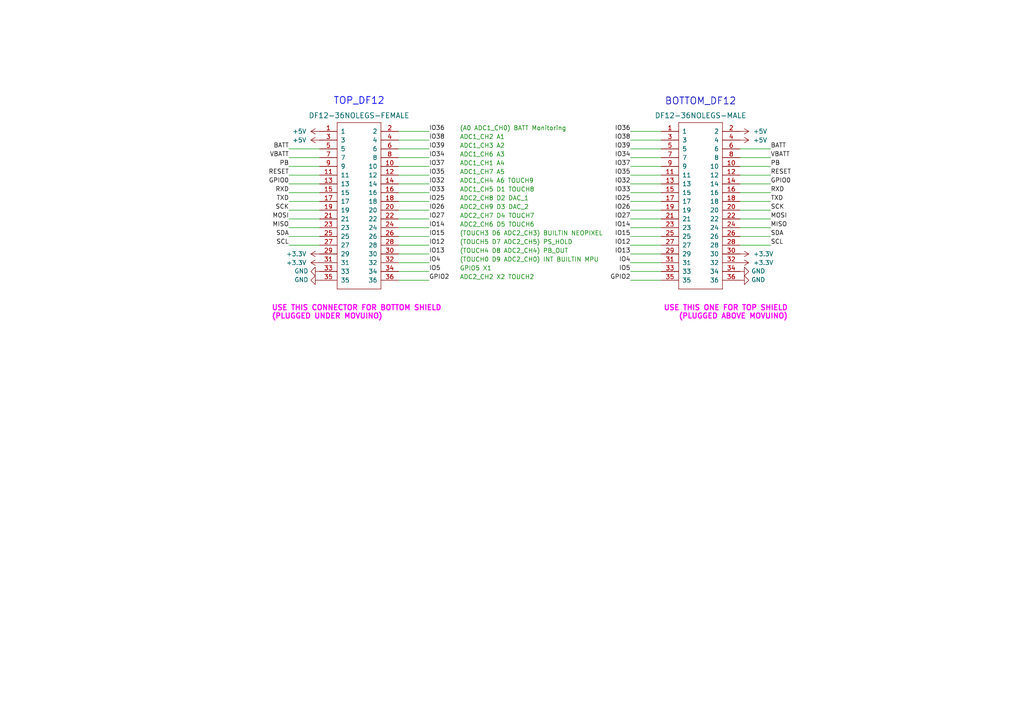
<source format=kicad_sch>
(kicad_sch (version 20230121) (generator eeschema)
  (paper "A4")
  (lib_symbols
    (symbol "MovuinoBaseShield-rescue:DF12-36NOLEGS-FEMALE-V0.99.3-ESP12-3-mech-eagle-import" (pin_names (offset 1.016))
      (property "Reference" "J" (at -5.08 21.59 0))
      (property "Value" "V0.99.3-ESP12-3-mech-eagle-import_DF12-36NOLEGS-FEMALE" (at -5.08 -30.48 0))
      (symbol "DF12-36NOLEGS-FEMALE-V0.99.3-ESP12-3-mech-eagle-import_1_0"
        (polyline (pts (xy -5.08 -27.94) (xy 7.62 -27.94)))
        (polyline (pts (xy -5.08 20.32) (xy -5.08 -27.94)))
        (polyline (pts (xy 7.62 -27.94) (xy 7.62 20.32)))
        (polyline (pts (xy 7.62 20.32) (xy -5.08 20.32)))
        (pin bidirectional line (at -10.16 17.78 0) (length 5.08) (name "1") (number "1"))
        (pin bidirectional line (at 12.7 7.62 180) (length 5.08) (name "10") (number "10"))
        (pin bidirectional line (at -10.16 5.08 0) (length 5.08) (name "11") (number "11"))
        (pin bidirectional line (at 12.7 5.08 180) (length 5.08) (name "12") (number "12"))
        (pin bidirectional line (at -10.16 2.54 0) (length 5.08) (name "13") (number "13"))
        (pin bidirectional line (at 12.7 2.54 180) (length 5.08) (name "14") (number "14"))
        (pin bidirectional line (at -10.16 0 0) (length 5.08) (name "15") (number "15"))
        (pin bidirectional line (at 12.7 0 180) (length 5.08) (name "16") (number "16"))
        (pin bidirectional line (at -10.16 -2.54 0) (length 5.08) (name "17") (number "17"))
        (pin bidirectional line (at 12.7 -2.54 180) (length 5.08) (name "18") (number "18"))
        (pin bidirectional line (at -10.16 -5.08 0) (length 5.08) (name "19") (number "19"))
        (pin bidirectional line (at 12.7 17.78 180) (length 5.08) (name "2") (number "2"))
        (pin bidirectional line (at 12.7 -5.08 180) (length 5.08) (name "20") (number "20"))
        (pin bidirectional line (at -10.16 -7.62 0) (length 5.08) (name "21") (number "21"))
        (pin bidirectional line (at 12.7 -7.62 180) (length 5.08) (name "22") (number "22"))
        (pin bidirectional line (at -10.16 -10.16 0) (length 5.08) (name "23") (number "23"))
        (pin bidirectional line (at 12.7 -10.16 180) (length 5.08) (name "24") (number "24"))
        (pin bidirectional line (at -10.16 -12.7 0) (length 5.08) (name "25") (number "25"))
        (pin bidirectional line (at 12.7 -12.7 180) (length 5.08) (name "26") (number "26"))
        (pin bidirectional line (at -10.16 -15.24 0) (length 5.08) (name "27") (number "27"))
        (pin bidirectional line (at 12.7 -15.24 180) (length 5.08) (name "28") (number "28"))
        (pin bidirectional line (at -10.16 -17.78 0) (length 5.08) (name "29") (number "29"))
        (pin bidirectional line (at -10.16 15.24 0) (length 5.08) (name "3") (number "3"))
        (pin bidirectional line (at 12.7 -17.78 180) (length 5.08) (name "30") (number "30"))
        (pin bidirectional line (at -10.16 -20.32 0) (length 5.08) (name "31") (number "31"))
        (pin bidirectional line (at 12.7 -20.32 180) (length 5.08) (name "32") (number "32"))
        (pin bidirectional line (at -10.16 -22.86 0) (length 5.08) (name "33") (number "33"))
        (pin bidirectional line (at 12.7 -22.86 180) (length 5.08) (name "34") (number "34"))
        (pin bidirectional line (at -10.16 -25.4 0) (length 5.08) (name "35") (number "35"))
        (pin bidirectional line (at 12.7 -25.4 180) (length 5.08) (name "36") (number "36"))
        (pin bidirectional line (at 12.7 15.24 180) (length 5.08) (name "4") (number "4"))
        (pin bidirectional line (at -10.16 12.7 0) (length 5.08) (name "5") (number "5"))
        (pin bidirectional line (at 12.7 12.7 180) (length 5.08) (name "6") (number "6"))
        (pin bidirectional line (at -10.16 10.16 0) (length 5.08) (name "7") (number "7"))
        (pin bidirectional line (at 12.7 10.16 180) (length 5.08) (name "8") (number "8"))
        (pin bidirectional line (at -10.16 7.62 0) (length 5.08) (name "9") (number "9"))
      )
    )
    (symbol "MovuinoBaseShield-rescue:DF12-36NOLEGS-MALE-V0.99.3-ESP12-3-mech-eagle-import" (pin_names (offset 1.016))
      (property "Reference" "J" (at -5.08 21.59 0))
      (property "Value" "V0.99.3-ESP12-3-mech-eagle-import_DF12-36NOLEGS-MALE" (at -5.08 -30.48 0))
      (symbol "DF12-36NOLEGS-MALE-V0.99.3-ESP12-3-mech-eagle-import_1_0"
        (polyline (pts (xy -5.08 -27.94) (xy 7.62 -27.94)))
        (polyline (pts (xy -5.08 20.32) (xy -5.08 -27.94)))
        (polyline (pts (xy 7.62 -27.94) (xy 7.62 20.32)))
        (polyline (pts (xy 7.62 20.32) (xy -5.08 20.32)))
        (pin bidirectional line (at -10.16 17.78 0) (length 5.08) (name "1") (number "1"))
        (pin bidirectional line (at 12.7 7.62 180) (length 5.08) (name "10") (number "10"))
        (pin bidirectional line (at -10.16 5.08 0) (length 5.08) (name "11") (number "11"))
        (pin bidirectional line (at 12.7 5.08 180) (length 5.08) (name "12") (number "12"))
        (pin bidirectional line (at -10.16 2.54 0) (length 5.08) (name "13") (number "13"))
        (pin bidirectional line (at 12.7 2.54 180) (length 5.08) (name "14") (number "14"))
        (pin bidirectional line (at -10.16 0 0) (length 5.08) (name "15") (number "15"))
        (pin bidirectional line (at 12.7 0 180) (length 5.08) (name "16") (number "16"))
        (pin bidirectional line (at -10.16 -2.54 0) (length 5.08) (name "17") (number "17"))
        (pin bidirectional line (at 12.7 -2.54 180) (length 5.08) (name "18") (number "18"))
        (pin bidirectional line (at -10.16 -5.08 0) (length 5.08) (name "19") (number "19"))
        (pin bidirectional line (at 12.7 17.78 180) (length 5.08) (name "2") (number "2"))
        (pin bidirectional line (at 12.7 -5.08 180) (length 5.08) (name "20") (number "20"))
        (pin bidirectional line (at -10.16 -7.62 0) (length 5.08) (name "21") (number "21"))
        (pin bidirectional line (at 12.7 -7.62 180) (length 5.08) (name "22") (number "22"))
        (pin bidirectional line (at -10.16 -10.16 0) (length 5.08) (name "23") (number "23"))
        (pin bidirectional line (at 12.7 -10.16 180) (length 5.08) (name "24") (number "24"))
        (pin bidirectional line (at -10.16 -12.7 0) (length 5.08) (name "25") (number "25"))
        (pin bidirectional line (at 12.7 -12.7 180) (length 5.08) (name "26") (number "26"))
        (pin bidirectional line (at -10.16 -15.24 0) (length 5.08) (name "27") (number "27"))
        (pin bidirectional line (at 12.7 -15.24 180) (length 5.08) (name "28") (number "28"))
        (pin bidirectional line (at -10.16 -17.78 0) (length 5.08) (name "29") (number "29"))
        (pin bidirectional line (at -10.16 15.24 0) (length 5.08) (name "3") (number "3"))
        (pin bidirectional line (at 12.7 -17.78 180) (length 5.08) (name "30") (number "30"))
        (pin bidirectional line (at -10.16 -20.32 0) (length 5.08) (name "31") (number "31"))
        (pin bidirectional line (at 12.7 -20.32 180) (length 5.08) (name "32") (number "32"))
        (pin bidirectional line (at -10.16 -22.86 0) (length 5.08) (name "33") (number "33"))
        (pin bidirectional line (at 12.7 -22.86 180) (length 5.08) (name "34") (number "34"))
        (pin bidirectional line (at -10.16 -25.4 0) (length 5.08) (name "35") (number "35"))
        (pin bidirectional line (at 12.7 -25.4 180) (length 5.08) (name "36") (number "36"))
        (pin bidirectional line (at 12.7 15.24 180) (length 5.08) (name "4") (number "4"))
        (pin bidirectional line (at -10.16 12.7 0) (length 5.08) (name "5") (number "5"))
        (pin bidirectional line (at 12.7 12.7 180) (length 5.08) (name "6") (number "6"))
        (pin bidirectional line (at -10.16 10.16 0) (length 5.08) (name "7") (number "7"))
        (pin bidirectional line (at 12.7 10.16 180) (length 5.08) (name "8") (number "8"))
        (pin bidirectional line (at -10.16 7.62 0) (length 5.08) (name "9") (number "9"))
      )
    )
    (symbol "power:+3.3V" (power) (pin_names (offset 0))
      (property "Value" "+3.3V" (at 0 3.556 0))
      (symbol "+3.3V_0_1"
        (polyline (pts (xy -0.762 1.27) (xy 0 2.54)))
        (polyline (pts (xy 0 0) (xy 0 2.54)))
        (polyline (pts (xy 0 2.54) (xy 0.762 1.27)))
      )
      (symbol "+3.3V_1_1"
        (pin power_in line (at 0 0 90) (length 0) hide (name "+3.3V") (number "1"))
      )
    )
    (symbol "power:+5V" (power) (pin_names (offset 0))
      (property "Value" "+5V" (at 0 3.556 0))
      (symbol "+5V_0_1"
        (polyline (pts (xy -0.762 1.27) (xy 0 2.54)))
        (polyline (pts (xy 0 0) (xy 0 2.54)))
        (polyline (pts (xy 0 2.54) (xy 0.762 1.27)))
      )
      (symbol "+5V_1_1"
        (pin power_in line (at 0 0 90) (length 0) hide (name "+5V") (number "1"))
      )
    )
    (symbol "power:GND" (power) (pin_names (offset 0))
      (property "Value" "GND" (at 0 -3.81 0))
      (symbol "GND_0_1"
        (polyline (pts (xy 0 0) (xy 0 -1.27) (xy 1.27 -1.27) (xy 0 -2.54) (xy -1.27 -1.27) (xy 0 -1.27)))
      )
      (symbol "GND_1_1"
        (pin power_in line (at 0 0 270) (length 0) hide (name "GND") (number "1"))
      )
    )
  )
  (wire (pts (xy 191.77 43.18) (xy 182.88 43.18)))
  (wire (pts (xy 92.71 43.18) (xy 83.82 43.18)))
  (wire (pts (xy 92.71 58.42) (xy 83.82 58.42)))
  (wire (pts (xy 115.57 81.28) (xy 124.46 81.28)))
  (wire (pts (xy 115.57 76.2) (xy 124.46 76.2)))
  (wire (pts (xy 115.57 71.12) (xy 124.46 71.12)))
  (wire (pts (xy 191.77 58.42) (xy 182.88 58.42)))
  (wire (pts (xy 115.57 50.8) (xy 124.46 50.8)))
  (wire (pts (xy 115.57 78.74) (xy 124.46 78.74)))
  (wire (pts (xy 92.71 63.5) (xy 83.82 63.5)))
  (wire (pts (xy 191.77 53.34) (xy 182.88 53.34)))
  (wire (pts (xy 214.63 66.04) (xy 223.52 66.04)))
  (wire (pts (xy 191.77 40.64) (xy 182.88 40.64)))
  (wire (pts (xy 115.57 66.04) (xy 124.46 66.04)))
  (wire (pts (xy 214.63 48.26) (xy 223.52 48.26)))
  (wire (pts (xy 92.71 48.26) (xy 83.82 48.26)))
  (wire (pts (xy 115.57 60.96) (xy 124.46 60.96)))
  (wire (pts (xy 115.57 68.58) (xy 124.46 68.58)))
  (wire (pts (xy 115.57 55.88) (xy 124.46 55.88)))
  (wire (pts (xy 115.57 45.72) (xy 124.46 45.72)))
  (wire (pts (xy 191.77 78.74) (xy 182.88 78.74)))
  (wire (pts (xy 214.63 43.18) (xy 223.52 43.18)))
  (wire (pts (xy 191.77 38.1) (xy 182.88 38.1)))
  (wire (pts (xy 191.77 60.96) (xy 182.88 60.96)))
  (wire (pts (xy 92.71 45.72) (xy 83.82 45.72)))
  (wire (pts (xy 191.77 48.26) (xy 182.88 48.26)))
  (wire (pts (xy 115.57 38.1) (xy 124.46 38.1)))
  (wire (pts (xy 191.77 76.2) (xy 182.88 76.2)))
  (wire (pts (xy 191.77 50.8) (xy 182.88 50.8)))
  (wire (pts (xy 191.77 63.5) (xy 182.88 63.5)))
  (wire (pts (xy 92.71 66.04) (xy 83.82 66.04)))
  (wire (pts (xy 214.63 55.88) (xy 223.52 55.88)))
  (wire (pts (xy 191.77 66.04) (xy 182.88 66.04)))
  (wire (pts (xy 191.77 81.28) (xy 182.88 81.28)))
  (wire (pts (xy 214.63 45.72) (xy 223.52 45.72)))
  (wire (pts (xy 191.77 73.66) (xy 182.88 73.66)))
  (wire (pts (xy 115.57 73.66) (xy 124.46 73.66)))
  (wire (pts (xy 214.63 50.8) (xy 223.52 50.8)))
  (wire (pts (xy 115.57 40.64) (xy 124.46 40.64)))
  (wire (pts (xy 115.57 58.42) (xy 124.46 58.42)))
  (wire (pts (xy 115.57 43.18) (xy 124.46 43.18)))
  (wire (pts (xy 92.71 50.8) (xy 83.82 50.8)))
  (wire (pts (xy 214.63 68.58) (xy 223.52 68.58)))
  (wire (pts (xy 115.57 53.34) (xy 124.46 53.34)))
  (wire (pts (xy 191.77 45.72) (xy 182.88 45.72)))
  (wire (pts (xy 92.71 60.96) (xy 83.82 60.96)))
  (wire (pts (xy 92.71 71.12) (xy 83.82 71.12)))
  (wire (pts (xy 214.63 58.42) (xy 223.52 58.42)))
  (wire (pts (xy 214.63 60.96) (xy 223.52 60.96)))
  (wire (pts (xy 214.63 63.5) (xy 223.52 63.5)))
  (wire (pts (xy 191.77 68.58) (xy 182.88 68.58)))
  (wire (pts (xy 115.57 63.5) (xy 124.46 63.5)))
  (wire (pts (xy 92.71 68.58) (xy 83.82 68.58)))
  (wire (pts (xy 115.57 48.26) (xy 124.46 48.26)))
  (wire (pts (xy 191.77 71.12) (xy 182.88 71.12)))
  (wire (pts (xy 92.71 55.88) (xy 83.82 55.88)))
  (wire (pts (xy 92.71 53.34) (xy 83.82 53.34)))
  (wire (pts (xy 191.77 55.88) (xy 182.88 55.88)))
  (wire (pts (xy 214.63 53.34) (xy 223.52 53.34)))
  (wire (pts (xy 214.63 71.12) (xy 223.52 71.12)))
  (text "ADC2_CH6 D5 TOUCH6" (at 133.35 66.04 0) (effects (font (size 1.27 1.27)) (justify left bottom)))
  (text "USE THIS CONNECTOR FOR BOTTOM SHIELD\n(PLUGGED UNDER MOVUINO)" (at 78.74 92.71 0) (effects (font (size 1.5 1.5) bold) (justify left bottom)))
  (text "ADC2_CH9 D3 DAC_2" (at 133.35 60.96 0) (effects (font (size 1.27 1.27)) (justify left bottom)))
  (text "(TOUCH0 D9 ADC2_CH0) INT BUILTIN MPU" (at 133.35 76.2 0) (effects (font (size 1.27 1.27)) (justify left bottom)))
  (text "ADC1_CH3 A2" (at 133.35 43.18 0) (effects (font (size 1.27 1.27)) (justify left bottom)))
  (text "ADC1_CH4 A6 TOUCH9 " (at 133.35 53.34 0) (effects (font (size 1.27 1.27)) (justify left bottom)))
  (text "ADC1_CH1 A4" (at 133.35 48.26 0) (effects (font (size 1.27 1.27)) (justify left bottom)))
  (text "ADC1_CH2 A1" (at 133.35 40.64 0) (effects (font (size 1.27 1.27)) (justify left bottom)))
  (text "ADC1_CH6 A3" (at 133.35 45.72 0) (effects (font (size 1.27 1.27)) (justify left bottom)))
  (text "ADC2_CH2 X2 TOUCH2" (at 133.35 81.28 0) (effects (font (size 1.27 1.27)) (justify left bottom)))
  (text "USE THIS ONE FOR TOP SHIELD\n(PLUGGED ABOVE MOVUINO)" (at 228.6 92.71 0) (effects (font (size 1.5 1.5) bold) (justify right bottom)))
  (text "GPIO5 X1" (at 133.35 78.74 0) (effects (font (size 1.27 1.27)) (justify left bottom)))
  (text "ADC2_CH7 D4 TOUCH7" (at 133.35 63.5 0) (effects (font (size 1.27 1.27)) (justify left bottom)))
  (text "ADC1_CH5 D1 TOUCH8" (at 133.35 55.88 0) (effects (font (size 1.27 1.27)) (justify left bottom)))
  (text "ADC1_CH7 A5" (at 133.35 50.8 0) (effects (font (size 1.27 1.27)) (justify left bottom)))
  (text "(TOUCH4 D8 ADC2_CH4) PB_OUT" (at 133.35 73.66 0) (effects (font (size 1.27 1.27)) (justify left bottom)))
  (text "(A0 ADC1_CH0) BATT Monitoring" (at 133.35 38.1 0) (effects (font (size 1.27 1.27)) (justify left bottom)))
  (text "(TOUCH3 D6 ADC2_CH3) BUILTIN NEOPIXEL" (at 133.35 68.58 0) (effects (font (size 1.27 1.27)) (justify left bottom)))
  (text "ADC2_CH8 D2 DAC_1" (at 133.35 58.42 0) (effects (font (size 1.27 1.27)) (justify left bottom)))
  (text "(TOUCH5 D7 ADC2_CH5) PS_HOLD" (at 133.35 71.12 0) (effects (font (size 1.27 1.27)) (justify left bottom)))
  (label "GPIO0" (at 223.52 53.34 0))
  (label "PB" (at 83.82 48.26 180))
  (label "RXD" (at 223.52 55.88 0))
  (label "IO33" (at 124.46 55.88 0))
  (label "GPIO0" (at 83.82 53.34 180))
  (label "TXD" (at 83.82 58.42 180))
  (label "BATT" (at 83.82 43.18 180))
  (label "RXD" (at 83.82 55.88 180))
  (label "MOSI" (at 223.52 63.5 0))
  (label "IO14" (at 182.88 66.04 180))
  (label "IO35" (at 182.88 50.8 180))
  (label "IO13" (at 124.46 73.66 0))
  (label "GPIO2" (at 124.46 81.28 0))
  (label "IO4" (at 124.46 76.2 0))
  (label "IO39" (at 124.46 43.18 0))
  (label "IO32" (at 182.88 53.34 180))
  (label "IO26" (at 182.88 60.96 180))
  (label "VBATT" (at 223.52 45.72 0))
  (label "IO27" (at 124.46 63.5 0))
  (label "SDA" (at 83.82 68.58 180))
  (label "IO37" (at 182.88 48.26 180))
  (label "IO34" (at 182.88 45.72 180))
  (label "IO34" (at 124.46 45.72 0))
  (label "IO26" (at 124.46 60.96 0))
  (label "IO13" (at 182.88 73.66 180))
  (label "GPIO2" (at 182.88 81.28 180))
  (label "IO15" (at 182.88 68.58 180))
  (label "IO15" (at 124.46 68.58 0))
  (label "IO25" (at 182.88 58.42 180))
  (label "RESET" (at 83.82 50.8 180))
  (label "IO38" (at 124.46 40.64 0))
  (label "SCL" (at 83.82 71.12 180))
  (label "RESET" (at 223.52 50.8 0))
  (label "IO27" (at 182.88 63.5 180))
  (label "BATT" (at 223.52 43.18 0))
  (label "IO5" (at 124.46 78.74 0))
  (label "MOSI" (at 83.82 63.5 180))
  (label "MISO" (at 223.52 66.04 0))
  (label "IO4" (at 182.88 76.2 180))
  (label "IO35" (at 124.46 50.8 0))
  (label "IO12" (at 124.46 71.12 0))
  (label "SCK" (at 223.52 60.96 0))
  (label "SCK" (at 83.82 60.96 180))
  (label "IO5" (at 182.88 78.74 180))
  (label "VBATT" (at 83.82 45.72 180))
  (label "MISO" (at 83.82 66.04 180))
  (label "IO36" (at 182.88 38.1 180))
  (label "IO14" (at 124.46 66.04 0))
  (label "IO37" (at 124.46 48.26 0))
  (label "IO36" (at 124.46 38.1 0))
  (label "IO12" (at 182.88 71.12 180))
  (label "IO25" (at 124.46 58.42 0))
  (label "TXD" (at 223.52 58.42 0))
  (label "IO32" (at 124.46 53.34 0))
  (label "IO33" (at 182.88 55.88 180))
  (label "IO39" (at 182.88 43.18 180))
  (label "SCL" (at 223.52 71.12 0))
  (label "IO38" (at 182.88 40.64 180))
  (label "PB" (at 223.52 48.26 0))
  (label "SDA" (at 223.52 68.58 0))
  (symbol (lib_id "MovuinoBaseShield-rescue:DF12-36NOLEGS-MALE-V0.99.3-ESP12-3-mech-eagle-import") (at 201.93 55.88 0) (unit 1)
    (property "Reference" "BOTTOM_DF12" (at 203.2 29.21 0) (effects (font (size 2 2))))
    (property "Value" "DF12-36NOLEGS-MALE" (at 203.2 33.5026 0) (effects (font (size 1.4986 1.4986))))
    (property "Footprint" "MovuinoESP8266:DF12-36-DP-NL" (effects hide))
  )
  (symbol (lib_id "MovuinoBaseShield-rescue:DF12-36NOLEGS-FEMALE-V0.99.3-ESP12-3-mech-eagle-import") (at 102.87 55.88 0) (unit 1)
    (property "Reference" "TOP_DF12" (at 104.14 29.08 0) (effects (font (size 2 2))))
    (property "Value" "DF12-36NOLEGS-FEMALE" (at 104.14 33.5026 0) (effects (font (size 1.4986 1.4986))))
    (property "Footprint" "MovuinoESP8266:DF12-36-DP-NL-noPad" (effects hide))
  )
  (symbol (lib_id "power:+5V") (at 92.71 38.1 90) (mirror x) (unit 1)
    (property "Reference" "#PWR07" (effects hide))
    (property "Value" "+5V" (at 88.9 38.1 90) (effects (justify left)))
  )
  (symbol (lib_id "power:+5V") (at 214.63 38.1 270) (unit 1)
    (property "Reference" "#PWR01" (effects hide))
    (property "Value" "+5V" (at 218.44 38.1 90) (effects (justify left)))
  )
  (symbol (lib_id "power:GND") (at 92.71 78.74 270) (mirror x) (unit 1)
    (property "Reference" "#PWR011" (effects hide))
    (property "Value" "GND" (at 89.4588 78.613 90) (effects (justify right)))
  )
  (symbol (lib_id "power:GND") (at 214.63 81.28 90) (unit 1)
    (property "Reference" "#PWR06" (effects hide))
    (property "Value" "GND" (at 217.8812 81.153 90) (effects (justify right)))
  )
  (symbol (lib_id "power:+5V") (at 214.63 40.64 270) (unit 1)
    (property "Reference" "#PWR02" (effects hide))
    (property "Value" "+5V" (at 218.44 40.64 90) (effects (justify left)))
  )
  (symbol (lib_id "power:+3.3V") (at 92.71 76.2 90) (mirror x) (unit 1)
    (property "Reference" "#PWR010" (effects hide))
    (property "Value" "+3.3V" (at 88.9 76.2 90) (effects (justify left)))
  )
  (symbol (lib_id "power:+5V") (at 92.71 40.64 90) (mirror x) (unit 1)
    (property "Reference" "#PWR08" (effects hide))
    (property "Value" "+5V" (at 88.9 40.64 90) (effects (justify left)))
  )
  (symbol (lib_id "power:+3.3V") (at 214.63 76.2 270) (unit 1)
    (property "Reference" "#PWR04" (effects hide))
    (property "Value" "+3.3V" (at 218.44 76.2 90) (effects (justify left)))
  )
  (symbol (lib_id "power:+3.3V") (at 92.71 73.66 90) (mirror x) (unit 1)
    (property "Reference" "#PWR09" (effects hide))
    (property "Value" "+3.3V" (at 88.9 73.66 90) (effects (justify left)))
  )
  (symbol (lib_id "power:GND") (at 92.71 81.28 270) (mirror x) (unit 1)
    (property "Reference" "#PWR012" (effects hide))
    (property "Value" "GND" (at 89.4588 81.153 90) (effects (justify right)))
  )
  (symbol (lib_id "power:+3.3V") (at 214.63 73.66 270) (unit 1)
    (property "Reference" "#PWR03" (effects hide))
    (property "Value" "+3.3V" (at 218.44 73.66 90) (effects (justify left)))
  )
  (symbol (lib_id "power:GND") (at 214.63 78.74 90) (unit 1)
    (property "Reference" "#PWR05" (effects hide))
    (property "Value" "GND" (at 217.8812 78.613 90) (effects (justify right)))
  )
)
</source>
